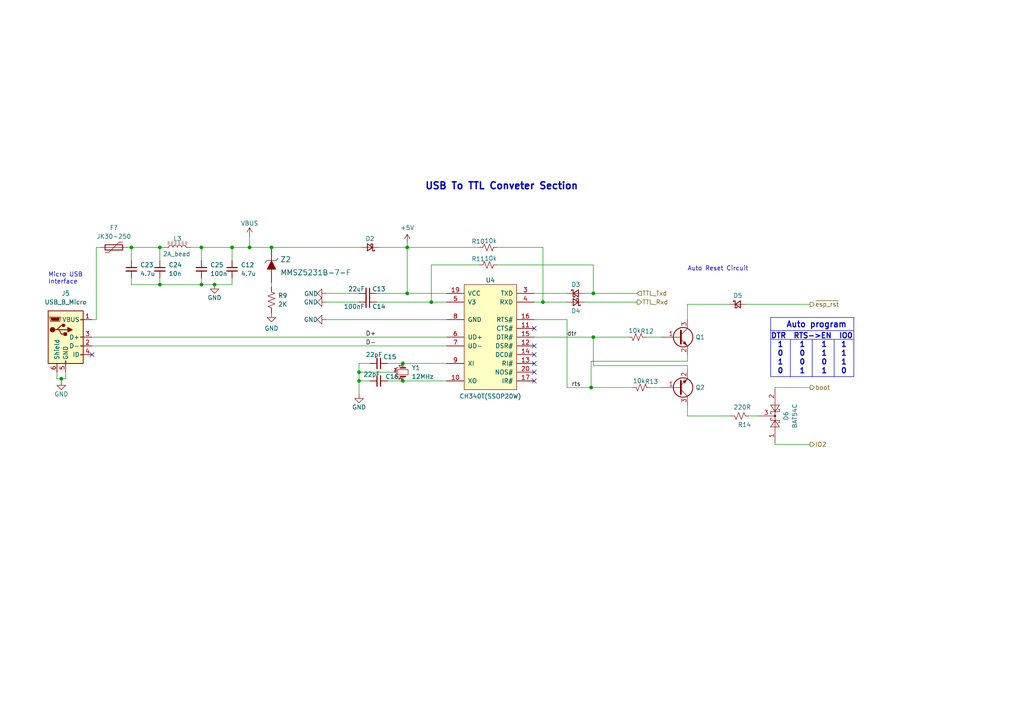
<source format=kicad_sch>
(kicad_sch (version 20230121) (generator eeschema)
  (paper "A4")
  (title_block (title "ELIESTAR") (date "2023-06-20") (rev "2.0") (company "GEVITON") (comment 2 "Reviewed By: Timoty Kyalo") (comment 3 "Designed By: Robert Mutura") (comment 4 "ELIESTAR"))
  (lib_symbols
    (symbol "Connector:USB_B_Micro" (pin_names (offset 1.016))
      (property "Reference" "J" (at -5.08 11.43 0))
      (property "Value" "USB_B_Micro" (at -5.08 8.89 0))
      (symbol "USB_B_Micro_0_1"
        (rectangle (start -5.08 -7.62) (end 5.08 7.62) (stroke (width 0.254)) (fill (type background)))
        (circle (center -3.81 2.159) (radius 0.635) (stroke (width 0.254)) (fill (type outline)))
        (circle (center -0.635 3.429) (radius 0.381) (stroke (width 0.254)) (fill (type outline)))
        (rectangle (start -0.127 -7.62) (end 0.127 -6.858))
        (polyline (pts (xy -1.905 2.159) (xy 0.635 2.159)) (stroke (width 0.254)))
        (polyline (pts (xy -3.175 2.159) (xy -2.54 2.159) (xy -1.27 3.429) (xy -0.635 3.429)) (stroke (width 0.254)))
        (polyline (pts (xy -2.54 2.159) (xy -1.905 2.159) (xy -1.27 0.889) (xy 0 0.889)) (stroke (width 0.254)))
        (polyline (pts (xy 0.635 2.794) (xy 0.635 1.524) (xy 1.905 2.159) (xy 0.635 2.794)) (stroke (width 0.254)) (fill (type outline)))
        (polyline (pts (xy -4.318 5.588) (xy -1.778 5.588) (xy -2.032 4.826) (xy -4.064 4.826) (xy -4.318 5.588)) (fill (type outline)))
        (polyline (pts (xy -4.699 5.842) (xy -4.699 5.588) (xy -4.445 4.826) (xy -4.445 4.572) (xy -1.651 4.572) (xy -1.651 4.826) (xy -1.397 5.588) (xy -1.397 5.842) (xy -4.699 5.842)))
        (rectangle (start 0.254 1.27) (end -0.508 0.508) (stroke (width 0.254)) (fill (type outline)))
        (rectangle (start 5.08 -5.207) (end 4.318 -4.953))
        (rectangle (start 5.08 -2.667) (end 4.318 -2.413))
        (rectangle (start 5.08 -0.127) (end 4.318 0.127))
        (rectangle (start 5.08 4.953) (end 4.318 5.207))
      )
      (symbol "USB_B_Micro_1_1"
        (pin power_out line (at 7.62 5.08 180) (length 2.54) (name "VBUS") (number "1"))
        (pin bidirectional line (at 7.62 -2.54 180) (length 2.54) (name "D-") (number "2"))
        (pin bidirectional line (at 7.62 0 180) (length 2.54) (name "D+") (number "3"))
        (pin passive line (at 7.62 -5.08 180) (length 2.54) (name "ID") (number "4"))
        (pin power_out line (at 0 -10.16 90) (length 2.54) (name "GND") (number "5"))
        (pin passive line (at -2.54 -10.16 90) (length 2.54) (name "Shield") (number "6"))
      )
    )
    (symbol "Device:C_Small" (pin_numbers hide) (pin_names (offset 0.254) hide)
      (property "Reference" "C" (at 0.254 1.778 0))
      (property "Value" "C_Small" (at 0.254 -2.032 0))
      (symbol "C_Small_0_1"
        (polyline (pts (xy -1.524 -0.508) (xy 1.524 -0.508)) (stroke (width 0.3302)))
        (polyline (pts (xy -1.524 0.508) (xy 1.524 0.508)) (stroke (width 0.3048)))
      )
      (symbol "C_Small_1_1"
        (pin passive line (at 0 2.54 270) (length 2.032) (name "~") (number "1"))
        (pin passive line (at 0 -2.54 90) (length 2.032) (name "~") (number "2"))
      )
    )
    (symbol "Device:Crystal_GND2_Small" (pin_names (offset 1.016) hide)
      (property "Reference" "Y" (at 0 5.08 0))
      (property "Value" "Crystal_GND2_Small" (at 0 3.175 0))
      (symbol "Crystal_GND2_Small_0_1"
        (rectangle (start -0.762 -1.524) (end 0.762 1.524))
        (polyline (pts (xy -1.27 -0.762) (xy -1.27 0.762)) (stroke (width 0.381)))
        (polyline (pts (xy 1.27 -0.762) (xy 1.27 0.762)) (stroke (width 0.381)))
        (polyline (pts (xy -1.27 -1.27) (xy -1.27 -1.905) (xy 1.27 -1.905) (xy 1.27 -1.27)))
      )
      (symbol "Crystal_GND2_Small_1_1"
        (pin passive line (at -2.54 0 0) (length 1.27) (name "1") (number "1"))
        (pin passive line (at 0 -2.54 90) (length 0.635) (name "2") (number "2"))
        (pin passive line (at 2.54 0 180) (length 1.27) (name "3") (number "3"))
      )
    )
    (symbol "Device:D_Schottky_Small" (pin_numbers hide) (pin_names (offset 0.254) hide)
      (property "Reference" "D" (at -1.27 2.032 0))
      (property "Value" "D_Schottky_Small" (at -7.112 -2.032 0))
      (symbol "D_Schottky_Small_0_1"
        (polyline (pts (xy -0.762 0) (xy 0.762 0)))
        (polyline (pts (xy 0.762 -1.016) (xy -0.762 0) (xy 0.762 1.016) (xy 0.762 -1.016)) (stroke (width 0.254)))
        (polyline (pts (xy -1.27 0.762) (xy -1.27 1.016) (xy -0.762 1.016) (xy -0.762 -1.016) (xy -0.254 -1.016) (xy -0.254 -0.762)) (stroke (width 0.254)))
      )
      (symbol "D_Schottky_Small_1_1"
        (pin passive line (at -2.54 0 0) (length 1.778) (name "K") (number "1"))
        (pin passive line (at 2.54 0 180) (length 1.778) (name "A") (number "2"))
      )
    )
    (symbol "Device:L_Ferrite" (pin_numbers hide) (pin_names (offset 1.016) hide)
      (property "Reference" "L" (at -1.27 0 90))
      (property "Value" "L_Ferrite" (at 2.794 0 90))
      (symbol "L_Ferrite_0_1"
        (arc (start 0 -2.54) (mid 0.6323 -1.905) (end 0 -1.27))
        (arc (start 0 -1.27) (mid 0.6323 -0.635) (end 0 0))
        (polyline (pts (xy 1.016 -2.794) (xy 1.016 -2.286)))
        (polyline (pts (xy 1.016 -1.778) (xy 1.016 -1.27)))
        (polyline (pts (xy 1.016 -0.762) (xy 1.016 -0.254)))
        (polyline (pts (xy 1.016 0.254) (xy 1.016 0.762)))
        (polyline (pts (xy 1.016 1.27) (xy 1.016 1.778)))
        (polyline (pts (xy 1.016 2.286) (xy 1.016 2.794)))
        (polyline (pts (xy 1.524 -2.286) (xy 1.524 -2.794)))
        (polyline (pts (xy 1.524 -1.27) (xy 1.524 -1.778)))
        (polyline (pts (xy 1.524 -0.254) (xy 1.524 -0.762)))
        (polyline (pts (xy 1.524 0.762) (xy 1.524 0.254)))
        (polyline (pts (xy 1.524 1.778) (xy 1.524 1.27)))
        (polyline (pts (xy 1.524 2.794) (xy 1.524 2.286)))
        (arc (start 0 0) (mid 0.6323 0.635) (end 0 1.27))
        (arc (start 0 1.27) (mid 0.6323 1.905) (end 0 2.54))
      )
      (symbol "L_Ferrite_1_1"
        (pin passive line (at 0 3.81 270) (length 1.27) (name "1") (number "1"))
        (pin passive line (at 0 -3.81 90) (length 1.27) (name "2") (number "2"))
      )
    )
    (symbol "Device:Polyfuse" (pin_numbers hide) (pin_names (offset 0))
      (property "Reference" "F" (at -2.54 0 90))
      (property "Value" "Polyfuse" (at 2.54 0 90))
      (symbol "Polyfuse_0_1"
        (rectangle (start -0.762 2.54) (end 0.762 -2.54) (stroke (width 0.254)))
        (polyline (pts (xy 0 2.54) (xy 0 -2.54)))
        (polyline (pts (xy -1.524 2.54) (xy -1.524 1.524) (xy 1.524 -1.524) (xy 1.524 -2.54)))
      )
      (symbol "Polyfuse_1_1"
        (pin passive line (at 0 3.81 270) (length 1.27) (name "~") (number "1"))
        (pin passive line (at 0 -3.81 90) (length 1.27) (name "~") (number "2"))
      )
    )
    (symbol "Device:R_Small_US" (pin_numbers hide) (pin_names (offset 0.254) hide)
      (property "Reference" "R" (at 0.762 0.508 0))
      (property "Value" "R_Small_US" (at 0.762 -1.016 0))
      (symbol "R_Small_US_1_1"
        (polyline (pts (xy 0 0) (xy 1.016 -0.381) (xy 0 -0.762) (xy -1.016 -1.143) (xy 0 -1.524)))
        (polyline (pts (xy 0 1.524) (xy 1.016 1.143) (xy 0 0.762) (xy -1.016 0.381) (xy 0 0)))
        (pin passive line (at 0 2.54 270) (length 1.016) (name "~") (number "1"))
        (pin passive line (at 0 -2.54 90) (length 1.016) (name "~") (number "2"))
      )
    )
    (symbol "Device:R_US" (pin_numbers hide) (pin_names (offset 0))
      (property "Reference" "R" (at 2.54 0 90))
      (property "Value" "R_US" (at -2.54 0 90))
      (symbol "R_US_0_1"
        (polyline (pts (xy 0 -2.286) (xy 0 -2.54)))
        (polyline (pts (xy 0 2.286) (xy 0 2.54)))
        (polyline (pts (xy 0 -0.762) (xy 1.016 -1.143) (xy 0 -1.524) (xy -1.016 -1.905) (xy 0 -2.286)))
        (polyline (pts (xy 0 0.762) (xy 1.016 0.381) (xy 0 0) (xy -1.016 -0.381) (xy 0 -0.762)))
        (polyline (pts (xy 0 2.286) (xy 1.016 1.905) (xy 0 1.524) (xy -1.016 1.143) (xy 0 0.762)))
      )
      (symbol "R_US_1_1"
        (pin passive line (at 0 3.81 270) (length 1.27) (name "~") (number "1"))
        (pin passive line (at 0 -3.81 90) (length 1.27) (name "~") (number "2"))
      )
    )
    (symbol "Diode:BAT54C" (pin_names (offset 1.016))
      (property "Reference" "D" (at 0.635 -3.81 0))
      (property "Value" "BAT54C" (at -6.35 3.175 0))
      (symbol "BAT54C_0_1"
        (polyline (pts (xy -1.905 0) (xy 1.905 0)))
        (polyline (pts (xy -1.905 1.27) (xy -1.905 1.016)))
        (polyline (pts (xy -1.27 -1.27) (xy -0.635 -1.27)))
        (polyline (pts (xy -1.27 0) (xy -3.81 0)))
        (polyline (pts (xy -1.27 1.27) (xy -1.905 1.27)))
        (polyline (pts (xy -1.27 1.27) (xy -1.27 -1.27)))
        (polyline (pts (xy -0.635 -1.27) (xy -0.635 -1.016)))
        (polyline (pts (xy 0.635 -1.27) (xy 0.635 -1.016)))
        (polyline (pts (xy 1.27 -1.27) (xy 0.635 -1.27)))
        (polyline (pts (xy 1.27 1.27) (xy 1.27 -1.27)))
        (polyline (pts (xy 1.27 1.27) (xy 1.905 1.27)))
        (polyline (pts (xy 1.905 1.27) (xy 1.905 1.016)))
        (polyline (pts (xy 3.81 0) (xy 1.27 0)))
        (polyline (pts (xy -3.175 -1.27) (xy -3.175 1.27) (xy -1.27 0) (xy -3.175 -1.27)))
        (polyline (pts (xy 3.175 -1.27) (xy 3.175 1.27) (xy 1.27 0) (xy 3.175 -1.27)))
        (circle (center 0 0) (radius 0.254) (fill (type outline)))
      )
      (symbol "BAT54C_1_1"
        (pin passive line (at -7.62 0 0) (length 3.81) (name "~") (number "1"))
        (pin passive line (at 7.62 0 180) (length 3.81) (name "~") (number "2"))
        (pin passive line (at 0 -5.08 90) (length 5.08) (name "~") (number "3"))
      )
    )
    (symbol "GCL_Integrated-Circuits:CH340T(SSOP20W)" (pin_names (offset 1.016))
      (property "Reference" "U1" (at 0 16.51 0))
      (property "Value" "CH340T(SSOP20W)" (at 0 -17.145 0))
      (symbol "CH340T(SSOP20W)_0_1"
        (rectangle (start -7.62 15.24) (end 7.62 -15.24) (fill (type background)))
      )
      (symbol "CH340T(SSOP20W)_1_1"
        (pin output line (at -12.7 -12.7 0) (length 5.08) (name "XO") (number "10"))
        (pin input line (at 12.7 2.54 180) (length 5.08) (name "CTS#") (number "11"))
        (pin input line (at 12.7 -2.54 180) (length 5.08) (name "DSR#") (number "12"))
        (pin input line (at 12.7 -7.62 180) (length 5.08) (name "RI#") (number "13"))
        (pin input line (at 12.7 -5.08 180) (length 5.08) (name "DCD#") (number "14"))
        (pin output line (at 12.7 0 180) (length 5.08) (name "DTR#") (number "15"))
        (pin output line (at 12.7 5.08 180) (length 5.08) (name "RTS#") (number "16"))
        (pin input line (at 12.7 -12.7 180) (length 5.08) (name "IR#") (number "17"))
        (pin power_in line (at -12.7 12.7 0) (length 5.08) (name "VCC") (number "19"))
        (pin input line (at 12.7 -10.16 180) (length 5.08) (name "NOS#") (number "20"))
        (pin output line (at 12.7 12.7 180) (length 5.08) (name "TXD") (number "3"))
        (pin input line (at 12.7 10.16 180) (length 5.08) (name "RXD") (number "4"))
        (pin power_in line (at -12.7 10.16 0) (length 5.08) (name "V3") (number "5"))
        (pin bidirectional line (at -12.7 0 0) (length 5.08) (name "UD+") (number "6"))
        (pin bidirectional line (at -12.7 -2.54 0) (length 5.08) (name "UD-") (number "7"))
        (pin power_in line (at -12.7 5.08 0) (length 5.08) (name "GND") (number "8"))
        (pin input line (at -12.7 -7.62 0) (length 5.08) (name "XI") (number "9"))
      )
    )
    (symbol "Transistor_BJT:MMBT3904" (pin_names (offset 0) hide)
      (property "Reference" "Q" (at 5.08 1.905 0))
      (property "Value" "MMBT3904" (at 5.08 0 0))
      (symbol "MMBT3904_0_1"
        (polyline (pts (xy 0.635 0.635) (xy 2.54 2.54)))
        (polyline (pts (xy 0.635 -0.635) (xy 2.54 -2.54) (xy 2.54 -2.54)))
        (polyline (pts (xy 0.635 1.905) (xy 0.635 -1.905) (xy 0.635 -1.905)) (stroke (width 0.508)))
        (polyline (pts (xy 1.27 -1.778) (xy 1.778 -1.27) (xy 2.286 -2.286) (xy 1.27 -1.778) (xy 1.27 -1.778)) (fill (type outline)))
        (circle (center 1.27 0) (radius 2.8194) (stroke (width 0.254)))
      )
      (symbol "MMBT3904_1_1"
        (pin input line (at -5.08 0 0) (length 5.715) (name "B") (number "1"))
        (pin passive line (at 2.54 -5.08 90) (length 2.54) (name "E") (number "2"))
        (pin passive line (at 2.54 5.08 270) (length 2.54) (name "C") (number "3"))
      )
    )
    (symbol "dk_Diodes-Zener-Single:MMSZ5231B-7-F" (pin_numbers hide) (pin_names (offset 0) hide)
      (property "Reference" "Z" (at 0 3.81 0))
      (property "Value" "MMSZ5231B-7-F" (at 0 -3.81 0))
      (symbol "MMSZ5231B-7-F_0_1"
        (polyline (pts (xy 1.27 -1.27) (xy 1.905 -1.905)))
        (polyline (pts (xy 1.27 1.27) (xy 0.635 1.905)))
        (polyline (pts (xy 1.27 1.27) (xy 1.27 -1.27)))
        (polyline (pts (xy -1.27 1.27) (xy -1.27 -1.27) (xy 1.27 0) (xy -1.27 1.27)) (fill (type outline)))
      )
      (symbol "MMSZ5231B-7-F_1_1"
        (pin passive line (at -5.08 0 0) (length 3.81) (name "~") (number "A"))
        (pin passive line (at 5.08 0 180) (length 3.81) (name "~") (number "K"))
      )
    )
    (symbol "power:+5V" (power) (pin_names (offset 0))
      (property "Value" "+5V" (at 0 3.556 0))
      (symbol "+5V_0_1"
        (polyline (pts (xy -0.762 1.27) (xy 0 2.54)))
        (polyline (pts (xy 0 0) (xy 0 2.54)))
        (polyline (pts (xy 0 2.54) (xy 0.762 1.27)))
      )
      (symbol "+5V_1_1"
        (pin power_in line (at 0 0 90) (length 0) hide (name "+5V") (number "1"))
      )
    )
    (symbol "power:GND" (power) (pin_names (offset 0))
      (property "Value" "GND" (at 0 -3.81 0))
      (symbol "GND_0_1"
        (polyline (pts (xy 0 0) (xy 0 -1.27) (xy 1.27 -1.27) (xy 0 -2.54) (xy -1.27 -1.27) (xy 0 -1.27)))
      )
      (symbol "GND_1_1"
        (pin power_in line (at 0 0 270) (length 0) hide (name "GND") (number "1"))
      )
    )
    (symbol "power:VBUS" (power) (pin_names (offset 0))
      (property "Value" "VBUS" (at 0 3.81 0))
      (symbol "VBUS_0_1"
        (polyline (pts (xy -0.762 1.27) (xy 0 2.54)))
        (polyline (pts (xy 0 0) (xy 0 2.54)))
        (polyline (pts (xy 0 2.54) (xy 0.762 1.27)))
      )
      (symbol "VBUS_1_1"
        (pin power_in line (at 0 0 90) (length 0) hide (name "VBUS") (number "1"))
      )
    )
  )
  (junction (at 17.78 109.855))
  (junction (at 67.31 71.755))
  (junction (at 157.48 87.63))
  (junction (at 62.23 82.55))
  (junction (at 58.42 82.55))
  (junction (at 118.11 85.09))
  (junction (at 58.42 71.755))
  (junction (at 172.085 97.79))
  (junction (at 116.84 105.41))
  (junction (at 38.1 71.755))
  (junction (at 78.74 71.755))
  (junction (at 171.45 112.395))
  (junction (at 125.095 87.63))
  (junction (at 116.84 110.49))
  (junction (at 46.355 71.755))
  (junction (at 118.11 71.755))
  (junction (at 72.39 71.755))
  (junction (at 104.14 110.49))
  (junction (at 46.355 82.55))
  (junction (at 104.14 107.95))
  (junction (at 172.085 85.09))
  (no_connect (at 154.94 100.33))
  (no_connect (at 26.67 102.87))
  (no_connect (at 154.94 95.25))
  (no_connect (at 154.94 102.87))
  (no_connect (at 154.94 110.49))
  (no_connect (at 154.94 107.95))
  (no_connect (at 154.94 105.41))
  (wire (pts (xy 104.14 107.95) (xy 104.14 105.41)))
  (polyline (pts (xy 223.52 93.345) (xy 223.52 109.22)))
  (wire (pts (xy 58.42 71.755) (xy 58.42 75.565)))
  (wire (pts (xy 107.315 110.49) (xy 104.14 110.49)))
  (wire (pts (xy 224.79 128.27) (xy 224.79 128.905)))
  (wire (pts (xy 118.11 71.755) (xy 139.065 71.755)))
  (wire (pts (xy 36.83 71.755) (xy 38.1 71.755)))
  (wire (pts (xy 199.39 102.87) (xy 199.39 104.775)))
  (wire (pts (xy 17.78 109.855) (xy 17.78 110.49)))
  (wire (pts (xy 154.94 97.79) (xy 172.085 97.79)))
  (wire (pts (xy 78.74 71.755) (xy 104.775 71.755)))
  (wire (pts (xy 224.79 112.395) (xy 234.95 112.395)))
  (wire (pts (xy 169.545 85.09) (xy 172.085 85.09)))
  (polyline (pts (xy 247.65 93.345) (xy 247.65 109.22)))
  (wire (pts (xy 112.395 105.41) (xy 116.84 105.41)))
  (polyline (pts (xy 223.52 95.885) (xy 247.65 95.885)))
  (polyline (pts (xy 235.585 98.425) (xy 235.585 109.22)))
  (wire (pts (xy 164.465 92.71) (xy 154.94 92.71)))
  (wire (pts (xy 17.78 109.855) (xy 19.05 109.855)))
  (wire (pts (xy 169.545 87.63) (xy 184.785 87.63)))
  (polyline (pts (xy 241.935 98.425) (xy 241.935 109.22)))
  (wire (pts (xy 78.74 83.185) (xy 78.74 81.915)))
  (wire (pts (xy 109.22 87.63) (xy 125.095 87.63)))
  (wire (pts (xy 164.465 92.71) (xy 164.465 112.395)))
  (wire (pts (xy 191.77 97.79) (xy 187.325 97.79)))
  (wire (pts (xy 172.085 85.09) (xy 184.785 85.09)))
  (wire (pts (xy 191.77 112.395) (xy 188.595 112.395)))
  (polyline (pts (xy 229.235 98.425) (xy 229.235 109.22)))
  (wire (pts (xy 172.085 76.835) (xy 172.085 85.09)))
  (wire (pts (xy 62.23 82.55) (xy 67.31 82.55)))
  (wire (pts (xy 199.39 107.315) (xy 199.39 106.045)))
  (wire (pts (xy 67.31 71.755) (xy 67.31 75.565)))
  (wire (pts (xy 125.095 76.835) (xy 125.095 87.63)))
  (wire (pts (xy 27.94 71.755) (xy 29.21 71.755)))
  (wire (pts (xy 144.145 71.755) (xy 157.48 71.755)))
  (wire (pts (xy 199.39 117.475) (xy 199.39 120.65)))
  (wire (pts (xy 139.065 76.835) (xy 125.095 76.835)))
  (wire (pts (xy 157.48 87.63) (xy 164.465 87.63)))
  (wire (pts (xy 116.84 110.49) (xy 129.54 110.49)))
  (wire (pts (xy 72.39 71.755) (xy 78.74 71.755)))
  (wire (pts (xy 67.31 71.755) (xy 72.39 71.755)))
  (wire (pts (xy 94.615 92.71) (xy 129.54 92.71)))
  (wire (pts (xy 104.14 87.63) (xy 94.615 87.63)))
  (wire (pts (xy 154.94 85.09) (xy 164.465 85.09)))
  (wire (pts (xy 172.085 106.045) (xy 172.085 97.79)))
  (wire (pts (xy 211.455 88.265) (xy 199.39 88.265)))
  (wire (pts (xy 26.67 100.33) (xy 129.54 100.33)))
  (wire (pts (xy 58.42 71.755) (xy 67.31 71.755)))
  (wire (pts (xy 118.11 70.485) (xy 118.11 71.755)))
  (wire (pts (xy 216.535 88.265) (xy 234.95 88.265)))
  (wire (pts (xy 46.355 82.55) (xy 58.42 82.55)))
  (wire (pts (xy 164.465 112.395) (xy 171.45 112.395)))
  (wire (pts (xy 38.1 71.755) (xy 46.355 71.755)))
  (wire (pts (xy 55.245 71.755) (xy 58.42 71.755)))
  (wire (pts (xy 154.94 87.63) (xy 157.48 87.63)))
  (wire (pts (xy 217.17 120.65) (xy 219.71 120.65)))
  (wire (pts (xy 27.94 71.755) (xy 27.94 92.71)))
  (wire (pts (xy 224.79 113.03) (xy 224.79 112.395)))
  (wire (pts (xy 125.095 87.63) (xy 129.54 87.63)))
  (wire (pts (xy 199.39 106.045) (xy 172.085 106.045)))
  (polyline (pts (xy 223.52 93.345) (xy 223.52 92.075)))
  (wire (pts (xy 46.355 71.755) (xy 47.625 71.755)))
  (wire (pts (xy 109.22 85.09) (xy 118.11 85.09)))
  (wire (pts (xy 199.39 120.65) (xy 212.09 120.65)))
  (wire (pts (xy 104.14 85.09) (xy 94.615 85.09)))
  (wire (pts (xy 27.94 92.71) (xy 26.67 92.71)))
  (wire (pts (xy 104.14 107.95) (xy 114.3 107.95)))
  (wire (pts (xy 26.67 97.79) (xy 129.54 97.79)))
  (wire (pts (xy 104.14 105.41) (xy 107.315 105.41)))
  (wire (pts (xy 16.51 107.95) (xy 16.51 109.855)))
  (wire (pts (xy 171.45 112.395) (xy 183.515 112.395)))
  (wire (pts (xy 116.84 110.49) (xy 112.395 110.49)))
  (polyline (pts (xy 247.65 92.075) (xy 247.65 93.345)))
  (wire (pts (xy 67.31 80.645) (xy 67.31 82.55)))
  (polyline (pts (xy 247.65 109.22) (xy 223.52 109.22)))
  (wire (pts (xy 38.1 80.645) (xy 38.1 82.55)))
  (wire (pts (xy 116.84 105.41) (xy 129.54 105.41)))
  (wire (pts (xy 118.11 71.755) (xy 118.11 85.09)))
  (wire (pts (xy 58.42 82.55) (xy 62.23 82.55)))
  (wire (pts (xy 16.51 109.855) (xy 17.78 109.855)))
  (wire (pts (xy 171.45 104.775) (xy 171.45 112.395)))
  (wire (pts (xy 19.05 107.95) (xy 19.05 109.855)))
  (wire (pts (xy 46.355 80.645) (xy 46.355 82.55)))
  (polyline (pts (xy 223.52 98.425) (xy 247.65 98.425)))
  (wire (pts (xy 72.39 68.58) (xy 72.39 71.755)))
  (wire (pts (xy 58.42 80.645) (xy 58.42 82.55)))
  (wire (pts (xy 199.39 88.265) (xy 199.39 92.71)))
  (polyline (pts (xy 223.52 92.075) (xy 247.65 92.075)))
  (wire (pts (xy 104.14 110.49) (xy 104.14 114.3)))
  (wire (pts (xy 104.14 110.49) (xy 104.14 107.95)))
  (wire (pts (xy 224.79 128.905) (xy 234.95 128.905)))
  (wire (pts (xy 46.355 71.755) (xy 46.355 75.565)))
  (wire (pts (xy 171.45 104.775) (xy 199.39 104.775)))
  (wire (pts (xy 144.145 76.835) (xy 172.085 76.835)))
  (wire (pts (xy 38.1 82.55) (xy 46.355 82.55)))
  (wire (pts (xy 38.1 71.755) (xy 38.1 75.565)))
  (wire (pts (xy 109.855 71.755) (xy 118.11 71.755)))
  (wire (pts (xy 118.11 85.09) (xy 129.54 85.09)))
  (wire (pts (xy 157.48 71.755) (xy 157.48 87.63)))
  (wire (pts (xy 182.245 97.79) (xy 172.085 97.79)))
  (text "1" (at 238.125 100.965 0) (effects (font (size 1.524 1.524) (thickness 0.3048) bold) (justify left bottom)))
  (text "0" (at 231.775 106.045 0) (effects (font (size 1.524 1.524) (thickness 0.3048) bold) (justify left bottom)))
  (text "1" (at 231.775 108.585 0) (effects (font (size 1.524 1.524) (thickness 0.3048) bold) (justify left bottom)))
  (text "1" (at 231.775 100.965 0) (effects (font (size 1.524 1.524) (thickness 0.3048) bold) (justify left bottom)))
  (text "1" (at 243.84 103.505 0) (effects (font (size 1.524 1.524) (thickness 0.3048) bold) (justify left bottom)))
  (text "1" (at 225.425 100.965 0) (effects (font (size 1.524 1.524) (thickness 0.3048) bold) (justify left bottom)))
  (text "0" (at 225.425 103.505 0) (effects (font (size 1.524 1.524) (thickness 0.3048) bold) (justify left bottom)))
  (text "1" (at 225.425 106.045 0) (effects (font (size 1.524 1.524) (thickness 0.3048) bold) (justify left bottom)))
  (text "0" (at 231.775 103.505 0) (effects (font (size 1.524 1.524) (thickness 0.3048) bold) (justify left bottom)))
  (text "Auto program\n" (at 227.965 95.25 0) (effects (font (size 1.7 1.7) (thickness 0.3048) bold) (justify left bottom)))
  (text "1" (at 238.125 103.505 0) (effects (font (size 1.524 1.524) (thickness 0.3048) bold) (justify left bottom)))
  (text "VERIFIED DESIGN" (at 223.52 217.17 0) (effects (font (size 1.27 1.27)) (justify left bottom)))
  (text "0" (at 238.125 106.045 0) (effects (font (size 1.524 1.524) (thickness 0.3048) bold) (justify left bottom)))
  (text "0" (at 225.425 108.585 0) (effects (font (size 1.524 1.524) (thickness 0.3048) bold) (justify left bottom)))
  (text "1" (at 238.125 108.585 0) (effects (font (size 1.524 1.524) (thickness 0.3048) bold) (justify left bottom)))
  (text "1" (at 243.84 100.965 0) (effects (font (size 1.524 1.524) (thickness 0.3048) bold) (justify left bottom)))
  (text "DTR  RTS->EN  IO0" (at 223.52 98.425 0) (effects (font (size 1.524 1.524) (thickness 0.3048) bold) (justify left bottom)))
  (text "1" (at 243.84 106.045 0) (effects (font (size 1.524 1.524) (thickness 0.3048) bold) (justify left bottom)))
  (text "0" (at 243.84 108.585 0) (effects (font (size 1.524 1.524) (thickness 0.3048) bold) (justify left bottom)))
  (text "USB To TTL Conveter Section" (at 123.19 55.245 0) (effects (font (size 2 2) (thickness 0.4) bold) (justify left bottom)))
  (text "Auto Reset Circuit" (at 199.39 78.74 0) (effects (font (size 1.27 1.27)) (justify left bottom)))
  (text "Micro USB\nInterface" (at 13.97 82.55 0) (effects (font (size 1.27 1.27)) (justify left bottom)))
  (label "D+" (at 106.045 97.79 0))
  (label "D-" (at 106.045 100.33 0))
  (label "dtr" (at 164.465 97.79 0))
  (label "rts" (at 165.735 112.395 0))
  (hierarchical_label "TTL_Txd" (shape input) (at 184.785 85.09 0))
  (hierarchical_label "TTL_Rxd" (shape output) (at 184.785 87.63 0))
  (hierarchical_label "boot" (shape output) (at 234.95 112.395 0))
  (hierarchical_label "~{esp_rst}" (shape output) (at 234.95 88.265 0))
  (hierarchical_label "IO2" (shape output) (at 234.95 128.905 0))
  (symbol (lib_id "Device:R_Small_US") (at 214.63 120.65 270) (mirror x) (unit 1)
    (property "Reference" "R14" (at 213.995 123.19 90) (effects (justify left)))
    (property "Value" "220R" (at 212.725 118.11 90) (effects (justify left)))
    (property "Footprint" "Resistor_SMD:R_0402_1005Metric" (effects hide))
  )
  (symbol (lib_id "Device:C_Small") (at 58.42 78.105 0) (unit 1)
    (property "Reference" "C25" (at 60.96 76.8412 0) (effects (justify left)))
    (property "Value" "100n" (at 60.96 79.3812 0) (effects (justify left)))
    (property "Footprint" "Capacitor_SMD:C_0402_1005Metric_Pad0.74x0.62mm_HandSolder" (effects hide))
  )
  (symbol (lib_id "Device:R_Small_US") (at 141.605 76.835 90) (unit 1)
    (property "Reference" "R11" (at 140.6398 75.1078 90) (effects (justify left)))
    (property "Value" "10k" (at 144.145 74.93 90) (effects (justify left)))
    (property "Footprint" "Resistor_SMD:R_0402_1005Metric" (effects hide))
  )
  (symbol (lib_id "Device:C_Small") (at 38.1 78.105 0) (unit 1)
    (property "Reference" "C23" (at 40.64 76.8412 0) (effects (justify left)))
    (property "Value" "4.7u" (at 40.64 79.3812 0) (effects (justify left)))
    (property "Footprint" "Capacitor_SMD:C_0402_1005Metric_Pad0.74x0.62mm_HandSolder" (effects hide))
  )
  (symbol (lib_id "dk_Diodes-Zener-Single:MMSZ5231B-7-F") (at 78.74 76.835 90) (unit 1)
    (property "Reference" "Z2" (at 81.28 75.2475 90) (effects (font (size 1.524 1.524)) (justify right)))
    (property "Value" "MMSZ5231B-7-F" (at 81.28 79.0575 90) (effects (font (size 1.524 1.524)) (justify right)))
    (property "Footprint" "digikey-footprints:SOD-123" (effects hide))
    (property "Datasheet" "https://www.diodes.com/assets/Datasheets/ds18010.pdf" (effects hide))
    (property "Digi-Key_PN" "MMSZ5231B-FDICT-ND" (effects hide))
    (property "MPN" "MMSZ5231B-7-F" (effects hide))
    (property "Category" "Discrete Semiconductor Products" (effects hide))
    (property "Family" "Diodes - Zener - Single" (effects hide))
    (property "DK_Datasheet_Link" "https://www.diodes.com/assets/Datasheets/ds18010.pdf" (effects hide))
    (property "DK_Detail_Page" "/product-detail/en/diodes-incorporated/MMSZ5231B-7-F/MMSZ5231B-FDICT-ND/755506" (effects hide))
    (property "Description" "DIODE ZENER 5.1V 500MW SOD123" (effects hide))
    (property "Manufacturer" "Diodes Incorporated" (effects hide))
    (property "Status" "Active" (effects hide))
  )
  (symbol (lib_id "Device:C_Small") (at 106.68 85.09 270) (unit 1)
    (property "Reference" "C13" (at 107.95 83.82 90) (effects (justify left)))
    (property "Value" "22uF" (at 100.965 83.82 90) (effects (justify left)))
    (property "Footprint" "Capacitor_SMD:C_0402_1005Metric" (effects hide))
  )
  (symbol (lib_id "Device:C_Small") (at 109.855 110.49 270) (unit 1)
    (property "Reference" "C16" (at 111.76 109.22 90) (effects (justify left)))
    (property "Value" "22pF" (at 105.41 108.585 90) (effects (justify left)))
    (property "Footprint" "Capacitor_SMD:C_0402_1005Metric" (effects hide))
  )
  (symbol (lib_id "power:VBUS") (at 72.39 68.58 0) (unit 1)
    (property "Reference" "#PWR026" (effects hide))
    (property "Value" "VBUS" (at 72.39 64.77 0))
  )
  (symbol (lib_id "power:GND") (at 94.615 85.09 270) (unit 1)
    (property "Reference" "#PWR029" (effects hide))
    (property "Value" "GND" (at 90.2208 85.217 90))
  )
  (symbol (lib_id "power:GND") (at 78.74 90.805 0) (unit 1)
    (property "Reference" "#PWR0102" (effects hide))
    (property "Value" "GND" (at 78.74 95.25 0))
  )
  (symbol (lib_id "Device:R_Small_US") (at 141.605 71.755 90) (unit 1)
    (property "Reference" "R10" (at 140.6398 70.0278 90) (effects (justify left)))
    (property "Value" "10k" (at 144.145 69.85 90) (effects (justify left)))
    (property "Footprint" "Resistor_SMD:R_0402_1005Metric" (effects hide))
  )
  (symbol (lib_id "Device:C_Small") (at 67.31 78.105 0) (unit 1)
    (property "Reference" "C12" (at 69.85 76.8412 0) (effects (justify left)))
    (property "Value" "4.7u" (at 69.85 79.3812 0) (effects (justify left)))
    (property "Footprint" "Capacitor_SMD:C_0402_1005Metric_Pad0.74x0.62mm_HandSolder" (effects hide))
  )
  (symbol (lib_id "Device:L_Ferrite") (at 51.435 71.755 270) (mirror x) (unit 1)
    (property "Reference" "L3" (at 52.705 69.215 90) (effects (justify right)))
    (property "Value" "2A_bead" (at 55.245 73.66 90) (effects (justify right)))
    (property "Footprint" "Inductor_SMD:L_0603_1608Metric" (effects hide))
  )
  (symbol (lib_id "power:GND") (at 94.615 87.63 270) (unit 1)
    (property "Reference" "#PWR030" (effects hide))
    (property "Value" "GND" (at 90.17 87.63 90))
  )
  (symbol (lib_id "Device:D_Schottky_Small") (at 107.315 71.755 180) (unit 1)
    (property "Reference" "D2" (at 107.315 69.215 0))
    (property "Value" "D_Schottky_Small" (effects hide))
    (property "Footprint" "Diode_SMD:D_SOD-123" (effects hide))
  )
  (symbol (lib_id "Device:C_Small") (at 106.68 87.63 270) (unit 1)
    (property "Reference" "C14" (at 107.95 88.9 90) (effects (justify left)))
    (property "Value" "100nF" (at 99.695 88.9 90) (effects (justify left)))
    (property "Footprint" "Capacitor_SMD:C_0402_1005Metric" (effects hide))
  )
  (symbol (lib_id "Device:Crystal_GND2_Small") (at 116.84 107.95 270) (unit 1)
    (property "Reference" "Y1" (at 119.38 106.6799 90) (effects (justify left)))
    (property "Value" "12MHz" (at 119.38 109.2199 90) (effects (justify left)))
    (property "Footprint" "Crystal:Crystal_SMD_2520-4Pin_2.5x2.0mm" (effects hide))
  )
  (symbol (lib_id "Transistor_BJT:MMBT3904") (at 196.85 97.79 0) (unit 1)
    (property "Reference" "Q1" (at 201.7014 97.79 0) (effects (justify left)))
    (property "Value" "MMBT3904" (effects hide))
    (property "Footprint" "Package_TO_SOT_SMD:SOT-23" (effects hide))
    (property "Datasheet" "https://www.fairchildsemi.com/datasheets/2N/2N3904.pdf" (effects hide))
  )
  (symbol (lib_id "power:+5V") (at 118.11 70.485 0) (unit 1)
    (property "Reference" "#PWR033" (effects hide))
    (property "Value" "+5V" (at 118.11 66.04 0))
  )
  (symbol (lib_id "Device:Polyfuse") (at 33.02 71.755 90) (unit 1)
    (property "Reference" "F?" (at 33.02 66.04 90))
    (property "Value" "JK30-250" (at 33.02 68.58 90))
    (property "Footprint" "Fuse:Fuse_1210_3225Metric_Pad1.42x2.65mm_HandSolder" (effects hide))
    (instances (project "ELIESTER_V2" (path "" (reference "F?") (unit 1)) (path "" (reference "F2") (unit 1))))
  )
  (symbol (lib_id "power:GND") (at 62.23 82.55 0) (mirror y) (unit 1)
    (property "Reference" "#PWR027" (effects hide))
    (property "Value" "GND" (at 62.23 86.36 0))
  )
  (symbol (lib_id "power:GND") (at 104.14 114.3 0) (unit 1)
    (property "Reference" "#PWR032" (effects hide))
    (property "Value" "GND" (at 104.14 118.11 0))
  )
  (symbol (lib_id "Device:R_US") (at 78.74 86.995 180) (unit 1)
    (property "Reference" "R9" (at 80.645 85.7249 0) (effects (justify right)))
    (property "Value" "2K" (at 80.645 88.2649 0) (effects (justify right)))
    (property "Footprint" "Resistor_SMD:R_0603_1608Metric" (effects hide))
  )
  (symbol (lib_id "GCL_Integrated-Circuits:CH340T(SSOP20W)") (at 142.24 97.79 0) (unit 1)
    (property "Reference" "U4" (at 142.24 81.28 0))
    (property "Value" "CH340T(SSOP20W)" (at 142.24 114.935 0))
    (property "Footprint" "Package_SO:SSOP-20_5.3x7.2mm_P0.65mm" (effects hide))
  )
  (symbol (lib_id "Device:R_Small_US") (at 184.785 97.79 270) (mirror x) (unit 1)
    (property "Reference" "R12" (at 185.7502 96.0628 90) (effects (justify left)))
    (property "Value" "10k" (at 182.245 95.885 90) (effects (justify left)))
    (property "Footprint" "Resistor_SMD:R_0402_1005Metric" (effects hide))
  )
  (symbol (lib_id "Device:R_Small_US") (at 186.055 112.395 270) (mirror x) (unit 1)
    (property "Reference" "R13" (at 187.0202 110.6678 90) (effects (justify left)))
    (property "Value" "10k" (at 183.515 110.49 90) (effects (justify left)))
    (property "Footprint" "Resistor_SMD:R_0402_1005Metric" (effects hide))
  )
  (symbol (lib_id "Diode:BAT54C") (at 224.79 120.65 270) (mirror x) (unit 1)
    (property "Reference" "D6" (at 227.965 120.65 0))
    (property "Value" "BAT54C" (at 230.505 120.65 0))
    (property "Footprint" "Package_TO_SOT_SMD:SOT-23" (effects hide))
    (property "Datasheet" "http://www.diodes.com/_files/datasheets/ds11005.pdf" (effects hide))
  )
  (symbol (lib_id "Device:D_Schottky_Small") (at 167.005 87.63 180) (unit 1)
    (property "Reference" "D4" (at 167.005 90.17 0))
    (property "Value" "B5819W" (effects hide))
    (property "Footprint" "Diode_SMD:D_SOD-123" (effects hide))
  )
  (symbol (lib_id "Device:C_Small") (at 109.855 105.41 270) (unit 1)
    (property "Reference" "C15" (at 111.125 103.505 90) (effects (justify left)))
    (property "Value" "22pF" (at 106.045 102.87 90) (effects (justify left)))
    (property "Footprint" "Capacitor_SMD:C_0402_1005Metric" (effects hide))
  )
  (symbol (lib_id "Device:D_Schottky_Small") (at 213.995 88.265 0) (unit 1)
    (property "Reference" "D5" (at 213.995 85.725 0))
    (property "Value" "B5819W" (effects hide))
    (property "Footprint" "Diode_SMD:D_SOD-123" (effects hide))
  )
  (symbol (lib_id "Device:D_Schottky_Small") (at 167.005 85.09 0) (unit 1)
    (property "Reference" "D3" (at 167.005 82.55 0))
    (property "Value" "B5819W" (effects hide))
    (property "Footprint" "Diode_SMD:D_SOD-123" (effects hide))
  )
  (symbol (lib_id "Device:C_Small") (at 46.355 78.105 0) (unit 1)
    (property "Reference" "C24" (at 48.895 76.835 0) (effects (justify left)))
    (property "Value" "10n" (at 48.895 79.375 0) (effects (justify left)))
    (property "Footprint" "Capacitor_SMD:C_0402_1005Metric_Pad0.74x0.62mm_HandSolder" (effects hide))
  )
  (symbol (lib_id "power:GND") (at 17.78 110.49 0) (unit 1)
    (property "Reference" "#PWR025" (effects hide))
    (property "Value" "GND" (at 17.78 114.3 0))
  )
  (symbol (lib_id "power:GND") (at 94.615 92.71 270) (unit 1)
    (property "Reference" "#PWR031" (effects hide))
    (property "Value" "GND" (at 90.17 92.71 90))
  )
  (symbol (lib_id "Connector:USB_B_Micro") (at 19.05 97.79 0) (unit 1)
    (property "Reference" "J5" (at 19.05 85.09 0))
    (property "Value" "USB_B_Micro" (at 19.05 87.63 0))
    (property "Footprint" "Connector_USB:USB_Micro-B_Molex-105017-0001" (effects hide))
  )
  (symbol (lib_id "Transistor_BJT:MMBT3904") (at 196.85 112.395 0) (mirror x) (unit 1)
    (property "Reference" "Q2" (at 201.7014 112.395 0) (effects (justify left)))
    (property "Value" "MMBT3904" (effects hide))
    (property "Footprint" "Package_TO_SOT_SMD:SOT-23" (effects hide))
    (property "Datasheet" "https://www.fairchildsemi.com/datasheets/2N/2N3904.pdf" (effects hide))
  )
)
</source>
